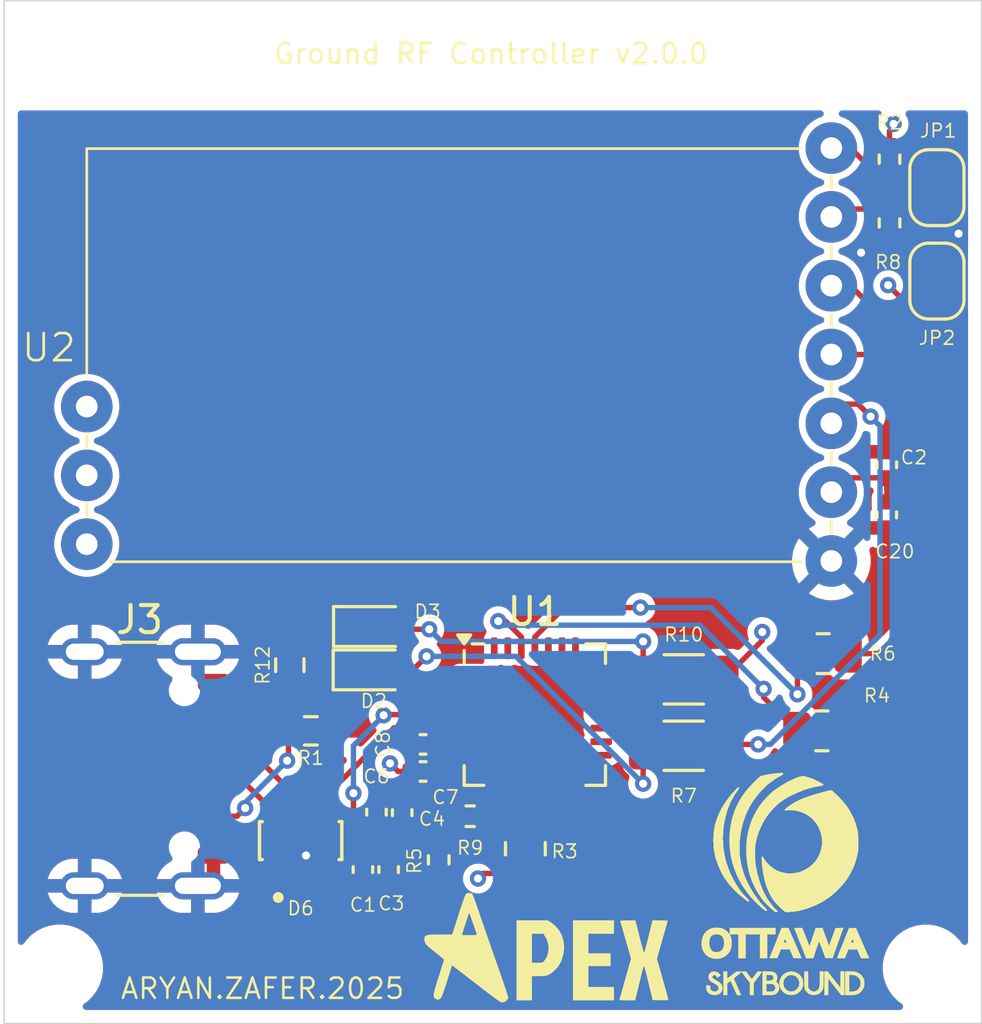
<source format=kicad_pcb>
(kicad_pcb (version 20241229) (generator "pcbnew") (generator_version "9.0")
  (title_block (title "Ground RF Controller") (rev "v2.0.0") (company "Ottawa Skybound") (comment 1 "Designed by Aryan Zafer"))
  (layers (0 "F.Cu" signal) (4 "In1.Cu" signal) (6 "In2.Cu" signal) (2 "B.Cu" signal) (13 "F.Paste" user) (15 "B.Paste" user) (5 "F.SilkS" user "F.Silkscreen") (7 "B.SilkS" user "B.Silkscreen") (1 "F.Mask" user) (3 "B.Mask" user) (25 "Edge.Cuts" user))
  (net 0 "")
  (net 1 "+5V")
  (net 2 "GND")
  (net 3 "+3V3")
  (net 4 "Net-(U1-VDD)")
  (net 5 "Net-(D2-A)")
  (net 6 "Net-(D3-A)")
  (net 7 "D+")
  (net 8 "D-")
  (net 11 "Net-(J3-CC2)")
  (net 12 "Net-(J3-CC1)")
  (net 13 "Net-(JP1-A)")
  (net 14 "Net-(JP2-A)")
  (net 15 "Net-(U1-~{RST})")
  (net 16 "Net-(U1-TXD)")
  (net 17 "RXD")
  (net 18 "Net-(U1-VBUS)")
  (net 19 "TXD")
  (net 20 "Net-(U1-RXD)")
  (net 21 "AUX")
  (net 41 "Net-(U1-VREGIN)")
  (footprint "MountingHole:MountingHole_2.7mm_M2.5" (layer "F.Cu") (at 136 118.35)
    (property "Reference" "H3" (hide yes))
    (property "Value" "MountingHole" (hide yes))
    (pad "" np_thru_hole circle (at 0 0) (size 2.7 2.7) (drill 2.7) (layers "*.Cu" "*.Mask"))
  )
  (footprint "Capacitor_SMD:C_0402_1005Metric" (layer "F.Cu") (at 134.55 101.63 90)
    (property "Reference" "C20" (at -1.35 0.3 180) (layer "F.SilkS") (effects (font (size 0.5 0.5) (thickness 0.0625))))
    (property "Value" "100n" (hide yes))
    (pad "1" smd roundrect (at -0.48 0 90) (size 0.56 0.62) (layers "F.Cu" "F.Mask" "F.Paste") (net 2 "GND"))
    (pad "2" smd roundrect (at 0.48 0 90) (size 0.56 0.62) (layers "F.Cu" "F.Mask" "F.Paste") (net 3 "+3V3"))
  )
  (footprint "Capacitor_SMD:C_0402_1005Metric" (layer "F.Cu") (at 116.65 112.62 90)
    (property "Reference" "C4" (at -0.23 1.1 180) (layer "F.SilkS") (effects (font (size 0.5 0.5) (thickness 0.0625))))
    (property "Value" "4.7uF" (hide yes))
    (pad "1" smd roundrect (at -0.48 0 90) (size 0.56 0.62) (layers "F.Cu" "F.Mask" "F.Paste") (net 1 "+5V"))
    (pad "2" smd roundrect (at 0.48 0 90) (size 0.56 0.62) (layers "F.Cu" "F.Mask" "F.Paste") (net 41 "Net-(U1-VREGIN)"))
  )
  (footprint "Connector_USB:USB_C_Receptacle_GCT_USB4105-xx-A_16P_TopMnt_Horizontal" (layer "F.Cu") (at 106 111 -90)
    (property "Reference" "J3" (at -5.5 -0.95 0) (layer "F.SilkS"))
    (property "Value" "USB_C_Receptacle_USB2.0_16P" (hide yes))
    (pad "" np_thru_hole circle (at -2.89 -2.605 270) (size 0.65 0.65) (drill 0.65) (layers "F&B.Cu" "*.Mask"))
    (pad "" np_thru_hole circle (at 2.89 -2.605 270) (size 0.65 0.65) (drill 0.65) (layers "F&B.Cu" "*.Mask"))
    (pad "A1" smd roundrect (at -3.2 -3.68 270) (size 0.6 1.15) (layers "F.Cu" "F.Mask" "F.Paste") (net 2 "GND"))
    (pad "A4" smd roundrect (at -2.4 -3.68 270) (size 0.6 1.15) (layers "F.Cu" "F.Mask" "F.Paste") (net 1 "+5V"))
    (pad "A5" smd roundrect (at -1.25 -3.68 270) (size 0.3 1.15) (layers "F.Cu" "F.Mask" "F.Paste") (net 12 "Net-(J3-CC1)"))
    (pad "A6" smd roundrect (at -0.25 -3.68 270) (size 0.3 1.15) (layers "F.Cu" "F.Mask" "F.Paste") (net 7 "D+"))
    (pad "A7" smd roundrect (at 0.25 -3.68 270) (size 0.3 1.15) (layers "F.Cu" "F.Mask" "F.Paste") (net 8 "D-"))
    (pad "A8" smd roundrect (at 1.25 -3.68 270) (size 0.3 1.15) (layers "F.Cu" "F.Mask" "F.Paste"))
    (pad "A9" smd roundrect (at 2.4 -3.68 270) (size 0.6 1.15) (layers "F.Cu" "F.Mask" "F.Paste") (net 1 "+5V"))
    (pad "A12" smd roundrect (at 3.2 -3.68 270) (size 0.6 1.15) (layers "F.Cu" "F.Mask" "F.Paste") (net 2 "GND"))
    (pad "B1" smd roundrect (at 3.2 -3.68 270) (size 0.6 1.15) (layers "F.Cu" "F.Mask" "F.Paste") (net 2 "GND"))
    (pad "B4" smd roundrect (at 2.4 -3.68 270) (size 0.6 1.15) (layers "F.Cu" "F.Mask" "F.Paste") (net 1 "+5V"))
    (pad "B5" smd roundrect (at 1.75 -3.68 270) (size 0.3 1.15) (layers "F.Cu" "F.Mask" "F.Paste") (net 11 "Net-(J3-CC2)"))
    (pad "B6" smd roundrect (at 0.75 -3.68 270) (size 0.3 1.15) (layers "F.Cu" "F.Mask" "F.Paste") (net 7 "D+"))
    (pad "B7" smd roundrect (at -0.75 -3.68 270) (size 0.3 1.15) (layers "F.Cu" "F.Mask" "F.Paste") (net 8 "D-"))
    (pad "B8" smd roundrect (at -1.75 -3.68 270) (size 0.3 1.15) (layers "F.Cu" "F.Mask" "F.Paste"))
    (pad "B9" smd roundrect (at -2.4 -3.68 270) (size 0.6 1.15) (layers "F.Cu" "F.Mask" "F.Paste") (net 1 "+5V"))
    (pad "B12" smd roundrect (at -3.2 -3.68 270) (size 0.6 1.15) (layers "F.Cu" "F.Mask" "F.Paste") (net 2 "GND"))
    (pad "S1" thru_hole oval (at -4.32 -3.105 270) (size 1 2.1) (drill oval 0.6 1.7) (property pad_prop_heatsink) (layers "*.Cu" "*.Mask" "F.Paste") (net 2 "GND"))
    (pad "S1" thru_hole oval (at -4.32 1.075 270) (size 1 1.8) (drill oval 0.6 1.4) (property pad_prop_heatsink) (layers "*.Cu" "*.Mask" "F.Paste") (net 2 "GND"))
    (pad "S1" thru_hole oval (at 4.32 -3.105 270) (size 1 2.1) (drill oval 0.6 1.7) (property pad_prop_heatsink) (layers "*.Cu" "*.Mask" "F.Paste") (net 2 "GND"))
    (pad "S1" thru_hole oval (at 4.32 1.075 270) (size 1 1.8) (drill oval 0.6 1.4) (property pad_prop_heatsink) (layers "*.Cu" "*.Mask" "F.Paste") (net 2 "GND"))
  )
  (footprint "Package_DFN_QFN:QFN-28-1EP_5x5mm_P0.5mm_EP3.35x3.35mm" (layer "F.Cu") (at 121.55 109)
    (property "Reference" "U1" (at 0 -3.8 0) (layer "F.SilkS"))
    (property "Value" "CP2102N-A02-GQFN28R" (hide yes))
    (pad "1" smd roundrect (at -2.45 -1.5) (size 0.8 0.25) (layers "F.Cu" "F.Mask" "F.Paste"))
    (pad "2" smd roundrect (at -2.45 -1) (size 0.8 0.25) (layers "F.Cu" "F.Mask" "F.Paste"))
    (pad "3" smd roundrect (at -2.45 -0.5) (size 0.8 0.25) (layers "F.Cu" "F.Mask" "F.Paste") (net 2 "GND"))
    (pad "4" smd roundrect (at -2.45 0) (size 0.8 0.25) (layers "F.Cu" "F.Mask" "F.Paste") (net 7 "D+"))
    (pad "5" smd roundrect (at -2.45 0.5) (size 0.8 0.25) (layers "F.Cu" "F.Mask" "F.Paste") (net 8 "D-"))
    (pad "6" smd roundrect (at -2.45 1) (size 0.8 0.25) (layers "F.Cu" "F.Mask" "F.Paste") (net 4 "Net-(U1-VDD)"))
    (pad "7" smd roundrect (at -2.45 1.5) (size 0.8 0.25) (layers "F.Cu" "F.Mask" "F.Paste") (net 41 "Net-(U1-VREGIN)"))
    (pad "8" smd roundrect (at -1.5 2.45) (size 0.25 0.8) (layers "F.Cu" "F.Mask" "F.Paste") (net 18 "Net-(U1-VBUS)"))
    (pad "9" smd roundrect (at -1 2.45) (size 0.25 0.8) (layers "F.Cu" "F.Mask" "F.Paste") (net 15 "Net-(U1-~{RST})"))
    (pad "10" smd roundrect (at -0.5 2.45) (size 0.25 0.8) (layers "F.Cu" "F.Mask" "F.Paste"))
    (pad "11" smd roundrect (at 0 2.45) (size 0.25 0.8) (layers "F.Cu" "F.Mask" "F.Paste"))
    (pad "12" smd roundrect (at 0.5 2.45) (size 0.25 0.8) (layers "F.Cu" "F.Mask" "F.Paste"))
    (pad "13" smd roundrect (at 1 2.45) (size 0.25 0.8) (layers "F.Cu" "F.Mask" "F.Paste"))
    (pad "14" smd roundrect (at 1.5 2.45) (size 0.25 0.8) (layers "F.Cu" "F.Mask" "F.Paste"))
    (pad "15" smd roundrect (at 2.45 1.5) (size 0.8 0.25) (layers "F.Cu" "F.Mask" "F.Paste"))
    (pad "16" smd roundrect (at 2.45 1) (size 0.8 0.25) (layers "F.Cu" "F.Mask" "F.Paste"))
    (pad "17" smd roundrect (at 2.45 0.5) (size 0.8 0.25) (layers "F.Cu" "F.Mask" "F.Paste"))
    (pad "18" smd roundrect (at 2.45 0) (size 0.8 0.25) (layers "F.Cu" "F.Mask" "F.Paste"))
    (pad "19" smd roundrect (at 2.45 -0.5) (size 0.8 0.25) (layers "F.Cu" "F.Mask" "F.Paste"))
    (pad "20" smd roundrect (at 2.45 -1) (size 0.8 0.25) (layers "F.Cu" "F.Mask" "F.Paste"))
    (pad "21" smd roundrect (at 2.45 -1.5) (size 0.8 0.25) (layers "F.Cu" "F.Mask" "F.Paste"))
    (pad "22" smd roundrect (at 1.5 -2.45) (size 0.25 0.8) (layers "F.Cu" "F.Mask" "F.Paste"))
    (pad "23" smd roundrect (at 1 -2.45) (size 0.25 0.8) (layers "F.Cu" "F.Mask" "F.Paste"))
    (pad "24" smd roundrect (at 0.5 -2.45) (size 0.25 0.8) (layers "F.Cu" "F.Mask" "F.Paste"))
    (pad "25" smd roundrect (at 0 -2.45) (size 0.25 0.8) (layers "F.Cu" "F.Mask" "F.Paste") (net 20 "Net-(U1-RXD)"))
    (pad "26" smd roundrect (at -0.5 -2.45) (size 0.25 0.8) (layers "F.Cu" "F.Mask" "F.Paste") (net 16 "Net-(U1-TXD)"))
    (pad "27" smd roundrect (at -1 -2.45) (size 0.25 0.8) (layers "F.Cu" "F.Mask" "F.Paste"))
    (pad "28" smd roundrect (at -1.5 -2.45) (size 0.25 0.8) (layers "F.Cu" "F.Mask" "F.Paste"))
    (pad "29" smd rect (at 0 0) (size 3.35 3.35) (property pad_prop_heatsink) (layers "F.Cu" "F.Mask") (net 2 "GND"))
  )
  (footprint "MountingHole:MountingHole_2.7mm_M2.5" (layer "F.Cu") (at 136 84.7)
    (property "Reference" "H3" (hide yes))
    (property "Value" "MountingHole" (hide yes))
    (pad "" np_thru_hole circle (at 0 0) (size 2.7 2.7) (drill 2.7) (layers "*.Cu" "*.Mask"))
  )
  (footprint "Resistor_SMD:R_0805_2012Metric" (layer "F.Cu") (at 121.2 113.95 90)
    (property "Reference" "R3" (at -0.1 1.45 180) (layer "F.SilkS") (effects (font (size 0.5 0.5) (thickness 0.0625))))
    (property "Value" "1k" (hide yes))
    (pad "1" smd roundrect (at -0.9125 0 90) (size 1.025 1.4) (layers "F.Cu" "F.Mask" "F.Paste") (roundrect_rratio 0.243902) (net 3 "+3V3"))
    (pad "2" smd roundrect (at 0.9125 0 90) (size 1.025 1.4) (layers "F.Cu" "F.Mask" "F.Paste") (roundrect_rratio 0.243902) (net 15 "Net-(U1-~{RST})"))
  )
  (footprint "Jumper:SolderJumper-2_P1.3mm_Open_RoundedPad1.0x1.5mm" (layer "F.Cu") (at 136.4 89.55 -90)
    (property "Reference" "JP1" (at -2.1 -0.05 180) (layer "F.SilkS") (effects (font (size 0.5 0.5) (thickness 0.0625))))
    (property "Value" "Jumper_2_Bridged" (hide yes))
    (pad "1" smd custom (at -0.65 0 270) (size 1 0.5) (layers "F.Cu" "F.Mask") (net 13 "Net-(JP1-A)") (options (clearance outline) (anchor rect)) (primitives (gr_circle (center 0 0.25) (end 0.5 0.25) (width 0) (fill yes)) (gr_circle (center 0 -0.25) (end 0.5 -0.25) (width 0) (fill yes)) (gr_poly (pts (xy 0.5 0.75) (xy 0 0.75) (xy 0 -0.75) (xy 0.5 -0.75)) (width 0) (fill yes))))
    (pad "2" smd custom (at 0.65 0 270) (size 1 0.5) (layers "F.Cu" "F.Mask") (net 2 "GND") (options (clearance outline) (anchor rect)) (primitives (gr_circle (center 0 0.25) (end 0.5 0.25) (width 0) (fill yes)) (gr_circle (center 0 -0.25) (end 0.5 -0.25) (width 0) (fill yes)) (gr_poly (pts (xy 0 0.75) (xy -0.5 0.75) (xy -0.5 -0.75) (xy 0 -0.75)) (width 0) (fill yes))))
  )
  (footprint "Resistor_SMD:R_0805_2012Metric" (layer "F.Cu") (at 132.15 109.6 180)
    (property "Reference" "R4" (at -2.0375 1.3 0) (layer "F.SilkS") (effects (font (size 0.5 0.5) (thickness 0.0625))))
    (property "Value" "1k" (hide yes))
    (pad "1" smd roundrect (at -0.9125 0 180) (size 1.025 1.4) (layers "F.Cu" "F.Mask" "F.Paste") (roundrect_rratio 0.243902) (net 17 "RXD"))
    (pad "2" smd roundrect (at 0.9125 0 180) (size 1.025 1.4) (layers "F.Cu" "F.Mask" "F.Paste") (roundrect_rratio 0.243902) (net 16 "Net-(U1-TXD)"))
  )
  (footprint "Resistor_SMD:R_0402_1005Metric" (layer "F.Cu") (at 119.16 112.75 180)
    (property "Reference" "R9" (at 0 -1.17 0) (layer "F.SilkS") (effects (font (size 0.5 0.5) (thickness 0.0625))))
    (property "Value" "22.1k" (hide yes))
    (pad "1" smd roundrect (at -0.51 0 180) (size 0.54 0.64) (layers "F.Cu" "F.Mask" "F.Paste") (net 18 "Net-(U1-VBUS)"))
    (pad "2" smd roundrect (at 0.51 0 180) (size 0.54 0.64) (layers "F.Cu" "F.Mask" "F.Paste") (net 1 "+5V"))
  )
  (footprint "Resistor_SMD:R_0402_1005Metric" (layer "F.Cu") (at 134.65 90.85 90)
    (property "Reference" "R8" (at -1.45 -0.05 180) (layer "F.SilkS") (effects (font (size 0.5 0.5) (thickness 0.0625))))
    (property "Value" "10k" (hide yes))
    (pad "1" smd roundrect (at -0.51 0 90) (size 0.54 0.64) (layers "F.Cu" "F.Mask" "F.Paste") (net 2 "GND"))
    (pad "2" smd roundrect (at 0.51 0 90) (size 0.54 0.64) (layers "F.Cu" "F.Mask" "F.Paste") (net 14 "Net-(JP2-A)"))
  )
  (footprint "Resistor_SMD:R_1206_3216Metric" (layer "F.Cu") (at 127.05 110.15 180)
    (property "Reference" "R7" (at 0 -1.85 0) (layer "F.SilkS") (effects (font (size 0.5 0.5) (thickness 0.0625))))
    (property "Value" "220" (hide yes))
    (pad "1" smd roundrect (at -1.4625 0 180) (size 1.125 1.75) (layers "F.Cu" "F.Mask" "F.Paste") (roundrect_rratio 0.222222) (net 21 "AUX"))
    (pad "2" smd roundrect (at 1.4625 0 180) (size 1.125 1.75) (layers "F.Cu" "F.Mask" "F.Paste") (roundrect_rratio 0.222222) (net 5 "Net-(D2-A)"))
  )
  (footprint "Resistor_SMD:R_0402_1005Metric" (layer "F.Cu") (at 134.65 88.5 -90)
    (property "Reference" "R2" (at -1.35 0 180) (layer "F.SilkS") (effects (font (size 0.5 0.5) (thickness 0.0625))))
    (property "Value" "10k" (hide yes))
    (pad "1" smd roundrect (at -0.51 0 270) (size 0.54 0.64) (layers "F.Cu" "F.Mask" "F.Paste") (net 3 "+3V3"))
    (pad "2" smd roundrect (at 0.51 0 270) (size 0.54 0.64) (layers "F.Cu" "F.Mask" "F.Paste") (net 13 "Net-(JP1-A)"))
  )
  (footprint "Resistor_SMD:R_0603_1608Metric" (layer "F.Cu") (at 113.275 109.6 180)
    (property "Reference" "R1" (at 0 -1 0) (layer "F.SilkS") (effects (font (size 0.5 0.5) (thickness 0.0625))))
    (property "Value" "5k1" (hide yes))
    (pad "1" smd roundrect (at -0.825 0 180) (size 0.8 0.95) (layers "F.Cu" "F.Mask" "F.Paste") (net 2 "GND"))
    (pad "2" smd roundrect (at 0.825 0 180) (size 0.8 0.95) (layers "F.Cu" "F.Mask" "F.Paste") (net 11 "Net-(J3-CC2)"))
  )
  (footprint "MountingHole:MountingHole_2.7mm_M2.5" (layer "F.Cu") (at 104 118.35)
    (property "Reference" "H3" (hide yes))
    (property "Value" "MountingHole" (hide yes))
    (pad "" np_thru_hole circle (at 0 0) (size 2.7 2.7) (drill 2.7) (layers "*.Cu" "*.Mask"))
  )
  (footprint "LED_SMD:LED_0603_1608Metric" (layer "F.Cu") (at 115.6 105.75)
    (property "Reference" "D3" (at 1.9875 -0.55 0) (layer "F.SilkS") (effects (font (size 0.5 0.5) (thickness 0.0625))))
    (property "Value" "LED" (hide yes))
    (pad "1" smd roundrect (at -0.7875 0) (size 0.875 0.95) (layers "F.Cu" "F.Mask" "F.Paste") (net 2 "GND"))
    (pad "2" smd roundrect (at 0.7875 0) (size 0.875 0.95) (layers "F.Cu" "F.Mask" "F.Paste") (net 6 "Net-(D3-A)"))
  )
  (footprint "Capacitor_SMD:C_0402_1005Metric" (layer "F.Cu") (at 116.15 114.72 -90)
    (property "Reference" "C3" (at 1.25 -0.1 0) (layer "F.SilkS") (effects (font (size 0.5 0.5) (thickness 0.0625))))
    (property "Value" "100n" (hide yes))
    (pad "1" smd roundrect (at -0.48 0 270) (size 0.56 0.62) (layers "F.Cu" "F.Mask" "F.Paste") (net 1 "+5V"))
    (pad "2" smd roundrect (at 0.48 0 270) (size 0.56 0.62) (layers "F.Cu" "F.Mask" "F.Paste") (net 2 "GND"))
  )
  (footprint "Capacitor_SMD:C_0402_1005Metric" (layer "F.Cu") (at 115.7 112.6 90)
    (property "Reference" "C6" (at 1.32 0 180) (layer "F.SilkS") (effects (font (size 0.5 0.5) (thickness 0.0625))))
    (property "Value" "100n" (hide yes))
    (pad "1" smd roundrect (at -0.48 0 90) (size 0.56 0.62) (layers "F.Cu" "F.Mask" "F.Paste") (net 1 "+5V"))
    (pad "2" smd roundrect (at 0.48 0 90) (size 0.56 0.62) (layers "F.Cu" "F.Mask" "F.Paste") (net 41 "Net-(U1-VREGIN)"))
  )
  (footprint "Resistor_SMD:R_0805_2012Metric" (layer "F.Cu") (at 132.2 106.75)
    (property "Reference" "R6" (at 2.2 0 0) (layer "F.SilkS") (effects (font (size 0.5 0.5) (thickness 0.0625))))
    (property "Value" "1k" (hide yes))
    (pad "1" smd roundrect (at -0.9125 0) (size 1.025 1.4) (layers "F.Cu" "F.Mask" "F.Paste") (roundrect_rratio 0.243902) (net 20 "Net-(U1-RXD)"))
    (pad "2" smd roundrect (at 0.9125 0) (size 1.025 1.4) (layers "F.Cu" "F.Mask" "F.Paste") (roundrect_rratio 0.243902) (net 19 "TXD"))
  )
  (footprint "Ground RF Controller:EBYTE-E220-900T22D" (layer "F.Cu") (at 118 95.71 -90)
    (property "Reference" "U2" (at -0.25 14.4 0) (layer "F.SilkS") (effects (font (thickness 0.1))))
    (property "Value" "~" (hide yes))
    (pad "1" thru_hole circle (at -7.62 -14.5 270) (size 1.905 1.905) (drill 0.8) (layers "*.Cu" "*.Mask") (net 13 "Net-(JP1-A)"))
    (pad "2" thru_hole circle (at -5.08 -14.5 270) (size 1.905 1.905) (drill 0.8) (layers "*.Cu" "*.Mask") (net 14 "Net-(JP2-A)"))
    (pad "3" thru_hole circle (at -2.54 -14.5 270) (size 1.905 1.905) (drill 0.8) (layers "*.Cu" "*.Mask") (net 17 "RXD"))
    (pad "4" thru_hole circle (at 0 -14.5 270) (size 1.905 1.905) (drill 0.8) (layers "*.Cu" "*.Mask") (net 19 "TXD"))
    (pad "5" thru_hole circle (at 2.54 -14.5 270) (size 1.905 1.905) (drill 0.8) (layers "*.Cu" "*.Mask") (net 21 "AUX"))
    (pad "6" thru_hole circle (at 5.08 -14.5 270) (size 1.905 1.905) (drill 0.8) (layers "*.Cu" "*.Mask") (net 3 "+3V3"))
    (pad "7" thru_hole circle (at 7.62 -14.5 270) (size 1.905 1.905) (drill 0.8) (layers "*.Cu" "*.Mask") (net 2 "GND"))
    (pad "8" thru_hole circle (at 1.92 13 270) (size 1.905 1.905) (drill 0.8) (layers "*.Cu" "*.Mask"))
    (pad "9" thru_hole circle (at 4.46 13 270) (size 1.905 1.905) (drill 0.8) (layers "*.Cu" "*.Mask"))
    (pad "10" thru_hole circle (at 7 13 270) (size 1.905 1.905) (drill 0.8) (layers "*.Cu" "*.Mask"))
  )
  (footprint "Resistor_SMD:R_0402_1005Metric" (layer "F.Cu") (at 118 114.36 90)
    (property "Reference" "R5" (at -0.04 -0.9 90) (layer "F.SilkS") (effects (font (size 0.5 0.5) (thickness 0.0625))))
    (property "Value" "47.5k" (hide yes))
    (pad "1" smd roundrect (at -0.51 0 90) (size 0.54 0.64) (layers "F.Cu" "F.Mask" "F.Paste") (net 2 "GND"))
    (pad "2" smd roundrect (at 0.51 0 90) (size 0.54 0.64) (layers "F.Cu" "F.Mask" "F.Paste") (net 18 "Net-(U1-VBUS)"))
  )
  (footprint "Capacitor_SMD:C_0402_1005Metric" (layer "F.Cu") (at 115.2 114.72 -90)
    (property "Reference" "C1" (at 1.3 0 0) (layer "F.SilkS") (effects (font (size 0.5 0.5) (thickness 0.0625))))
    (property "Value" "100n" (hide yes))
    (pad "1" smd roundrect (at -0.48 0 270) (size 0.56 0.62) (layers "F.Cu" "F.Mask" "F.Paste") (net 1 "+5V"))
    (pad "2" smd roundrect (at 0.48 0 270) (size 0.56 0.62) (layers "F.Cu" "F.Mask" "F.Paste") (net 2 "GND"))
  )
  (footprint "Ground RF Controller:SOT143" (layer "F.Cu") (at 112.9 113.65)
    (property "Reference" "D6" (at 0 2.5 0) (layer "F.SilkS") (effects (font (size 0.5 0.5) (thickness 0.0625))))
    (property "Value" "SP0503BAHTG" (hide yes))
    (pad "1" smd roundrect (at -0.76 1.025) (size 0.99 1.3) (layers "F.Cu" "F.Mask" "F.Paste") (roundrect_rratio 0.075) (net 2 "GND"))
    (pad "2" smd roundrect (at 0.96 1.025) (size 0.59 1.3) (layers "F.Cu" "F.Mask" "F.Paste") (roundrect_rratio 0.075) (net 1 "+5V"))
    (pad "3" smd roundrect (at 0.96 -1.025) (size 0.59 1.3) (layers "F.Cu" "F.Mask" "F.Paste") (roundrect_rratio 0.075) (net 8 "D-"))
    (pad "4" smd roundrect (at -0.96 -1.025) (size 0.59 1.3) (layers "F.Cu" "F.Mask" "F.Paste") (roundrect_rratio 0.075) (net 7 "D+"))
  )
  (footprint "Capacitor_SMD:C_0402_1005Metric" (layer "F.Cu") (at 117.42 111.1)
    (property "Reference" "C7" (at 0.83 0.95 180) (layer "F.SilkS") (effects (font (size 0.5 0.5) (thickness 0.0625))))
    (property "Value" "4.7uF" (hide yes))
    (pad "1" smd roundrect (at -0.48 0) (size 0.56 0.62) (layers "F.Cu" "F.Mask" "F.Paste") (net 3 "+3V3"))
    (pad "2" smd roundrect (at 0.48 0) (size 0.56 0.62) (layers "F.Cu" "F.Mask" "F.Paste") (net 4 "Net-(U1-VDD)"))
  )
  (footprint "LED_SMD:LED_0603_1608Metric" (layer "F.Cu") (at 115.5875 107.35)
    (property "Reference" "D2" (at 0.0125 1.15 0) (layer "F.SilkS") (effects (font (size 0.5 0.5) (thickness 0.0625))))
    (property "Value" "LED" (hide yes))
    (pad "1" smd roundrect (at -0.7875 0) (size 0.875 0.95) (layers "F.Cu" "F.Mask" "F.Paste") (net 2 "GND"))
    (pad "2" smd roundrect (at 0.7875 0) (size 0.875 0.95) (layers "F.Cu" "F.Mask" "F.Paste") (net 5 "Net-(D2-A)"))
  )
  (footprint "Resistor_SMD:R_0603_1608Metric" (layer "F.Cu") (at 112.5 107.175 90)
    (property "Reference" "R12" (at 0 -1 90) (layer "F.SilkS") (effects (font (size 0.5 0.5) (thickness 0.0625))))
    (property "Value" "5k1" (hide yes))
    (pad "1" smd roundrect (at -0.825 0 90) (size 0.8 0.95) (layers "F.Cu" "F.Mask" "F.Paste") (net 12 "Net-(J3-CC1)"))
    (pad "2" smd roundrect (at 0.825 0 90) (size 0.8 0.95) (layers "F.Cu" "F.Mask" "F.Paste") (net 2 "GND"))
  )
  (footprint "Resistor_SMD:R_1206_3216Metric" (layer "F.Cu") (at 127.05 107.7 180)
    (property "Reference" "R10" (at 0 1.65 0) (layer "F.SilkS") (effects (font (size 0.5 0.5) (thickness 0.0625))))
    (property "Value" "220" (hide yes))
    (pad "1" smd roundrect (at -1.4625 0 180) (size 1.125 1.75) (layers "F.Cu" "F.Mask" "F.Paste") (roundrect_rratio 0.222222) (net 3 "+3V3"))
    (pad "2" smd roundrect (at 1.4625 0 180) (size 1.125 1.75) (layers "F.Cu" "F.Mask" "F.Paste") (roundrect_rratio 0.222222) (net 6 "Net-(D3-A)"))
  )
  (footprint "LOGO" (layer "F.Cu") (at 122.35 117.5)
    (property "Reference" "G***" (hide yes))
    (property "Value" "LOGO" (hide yes))
  )
  (footprint "Jumper:SolderJumper-2_P1.3mm_Open_RoundedPad1.0x1.5mm" (layer "F.Cu") (at 136.4 93 -90)
    (property "Reference" "JP2" (at 2.1 0 180) (layer "F.SilkS") (effects (font (size 0.5 0.5) (thickness 0.0625))))
    (property "Value" "Jumper_2_Bridged" (hide yes))
    (pad "1" smd custom (at -0.65 0 270) (size 1 0.5) (layers "F.Cu" "F.Mask") (net 14 "Net-(JP2-A)") (options (clearance outline) (anchor rect)) (primitives (gr_circle (center 0 0.25) (end 0.5 0.25) (width 0) (fill yes)) (gr_circle (center 0 -0.25) (end 0.5 -0.25) (width 0) (fill yes)) (gr_poly (pts (xy 0.5 0.75) (xy 0 0.75) (xy 0 -0.75) (xy 0.5 -0.75)) (width 0) (fill yes))))
    (pad "2" smd custom (at 0.65 0 270) (size 1 0.5) (layers "F.Cu" "F.Mask") (net 3 "+3V3") (options (clearance outline) (anchor rect)) (primitives (gr_circle (center 0 0.25) (end 0.5 0.25) (width 0) (fill yes)) (gr_circle (center 0 -0.25) (end 0.5 -0.25) (width 0) (fill yes)) (gr_poly (pts (xy 0 0.75) (xy -0.5 0.75) (xy -0.5 -0.75) (xy 0 -0.75)) (width 0) (fill yes))))
  )
  (footprint "MountingHole:MountingHole_2.7mm_M2.5" (layer "F.Cu") (at 104 84.7)
    (property "Reference" "H3" (hide yes))
    (property "Value" "MountingHole" (hide yes))
    (pad "" np_thru_hole circle (at 0 0) (size 2.7 2.7) (drill 2.7) (layers "*.Cu" "*.Mask"))
  )
  (footprint "Capacitor_SMD:C_0402_1005Metric" (layer "F.Cu") (at 117.42 110.1)
    (property "Reference" "C8" (at -1.48 0 90) (layer "F.SilkS") (effects (font (size 0.5 0.5) (thickness 0.0625))))
    (property "Value" "100n" (hide yes))
    (pad "1" smd roundrect (at -0.48 0) (size 0.56 0.62) (layers "F.Cu" "F.Mask" "F.Paste") (net 3 "+3V3"))
    (pad "2" smd roundrect (at 0.48 0) (size 0.56 0.62) (layers "F.Cu" "F.Mask" "F.Paste") (net 4 "Net-(U1-VDD)"))
  )
  (footprint "LOGO" (layer "F.Cu") (at 130.413599 115.615707)
    (property "Reference" "G***" (hide yes))
    (property "Value" "LOGO" (hide yes))
  )
  (footprint "Capacitor_SMD:C_0402_1005Metric" (layer "F.Cu") (at 134.55 99.78 90)
    (property "Reference" "C2" (at 0.27 1 180) (layer "F.SilkS") (effects (font (size 0.5 0.5) (thickness 0.0625))))
    (property "Value" "4.7uF" (hide yes))
    (pad "1" smd roundrect (at -0.48 0 90) (size 0.56 0.62) (layers "F.Cu" "F.Mask" "F.Paste") (net 3 "+3V3"))
    (pad "2" smd roundrect (at 0.48 0 90) (size 0.56 0.62) (layers "F.Cu" "F.Mask" "F.Paste") (net 2 "GND"))
  )
  (gr_rect (start 101.95 82.65) (end 138.05 120.4) (stroke (width 0.05)) (fill no) (layer "Edge.Cuts"))
  (gr_text "ARYAN.ZAFER.2025" (at 106.2 119.55 0) (layer "F.SilkS") (effects (font (size 0.75 0.75) (thickness 0.09375)) (justify left bottom)))
  (gr_text "Ground RF Controller v2.0.0" (at 111.85 85.05 0) (layer "F.SilkS") (effects (font (size 0.75 0.75) (thickness 0.09375)) (justify left bottom)))
  (segment (start 116.15 114.24) (end 116.24 114.24) (width 0.2) (layer "F.Cu") (net 1))
  (segment (start 113.86 115.81) (end 113.86 114.675) (width 0.2) (layer "F.Cu") (net 1))
  (segment (start 109.68 113.4) (end 109.49 113.21) (width 0.2) (layer "F.Cu") (net 1))
  (segment (start 111.65 116.25) (end 113.42 116.25) (width 0.2) (layer "F.Cu") (net 1))
  (segment (start 110.95 114.095001) (end 110.95 115.55) (width 0.2) (layer "F.Cu") (net 1))
  (segment (start 115.2 114.24) (end 115.2 113.58) (width 0.2) (layer "F.Cu") (net 1))
  (segment (start 110.95 115.55) (end 111.65 116.25) (width 0.2) (layer "F.Cu") (net 1))
  (segment (start 109.49 108.79) (end 109.68 108.6) (width 0.2) (layer "F.Cu") (net 1))
  (segment (start 116.63 113.08) (end 116.65 113.1) (width 0.2) (layer "F.Cu") (net 1))
  (segment (start 114.295 114.24) (end 116.15 114.24) (width 0.2) (layer "F.Cu") (net 1))
  (segment (start 108.25 112.45) (end 108.25 109.571176) (width 0.2) (layer "F.Cu") (net 1))
  (segment (start 113.86 114.675) (end 114.295 114.24) (width 0.2) (layer "F.Cu") (net 1))
  (segment (start 109.68 113.4) (end 110.254999 113.4) (width 0.2) (layer "F.Cu") (net 1))
  (segment (start 108.25 109.571176) (end 109.221176 108.6) (width 0.2) (layer "F.Cu") (net 1))
  (segment (start 109.68 113.4) (end 109.2 113.4) (width 0.2) (layer "F.Cu") (net 1))
  (segment (start 115.7 113.08) (end 116.63 113.08) (width 0.2) (layer "F.Cu") (net 1))
  (segment (start 109.2 113.4) (end 108.25 112.45) (width 0.2) (layer "F.Cu") (net 1))
  (segment (start 113.42 116.25) (end 113.86 115.81) (width 0.2) (layer "F.Cu") (net 1))
  (segment (start 110.254999 113.4) (end 110.95 114.095001) (width 0.2) (layer "F.Cu") (net 1))
  (segment (start 117.73 112.75) (end 118.65 112.75) (width 0.2) (layer "F.Cu") (net 1))
  (segment (start 115.2 113.58) (end 115.7 113.08) (width 0.2) (layer "F.Cu") (net 1))
  (segment (start 116.24 114.24) (end 117.73 112.75) (width 0.2) (layer "F.Cu") (net 1))
  (segment (start 109.221176 108.6) (end 109.68 108.6) (width 0.2) (layer "F.Cu") (net 1))
  (via (at 137.2 91.25) (size 0.6) (drill 0.3) (layers "F.Cu" "B.Cu") (net 2))
  (via (at 133.6 91.95) (size 0.6) (drill 0.3) (layers "F.Cu" "B.Cu") (net 2))
  (via (at 113.1 114.2) (size 0.6) (drill 0.3) (layers "F.Cu" "B.Cu") (net 2))
  (segment (start 121.2 114.8625) (end 119.6375 114.8625) (width 0.2) (layer "F.Cu") (net 3))
  (segment (start 134.55 100.47) (end 134.37 100.47) (width 0.2) (layer "F.Cu") (net 3))
  (segment (start 128.5125 107.7) (end 129.95 106.2625) (width 0.2) (layer "F.Cu") (net 3))
  (segment (start 133.03 100.26) (end 132.5 100.79) (width 0.2) (layer "F.Cu") (net 3))
  (segment (start 135.1 93.65) (end 134.6 93.15) (width 0.2) (layer "F.Cu") (net 3))
  (segment (start 134.65 87.35) (end 134.8 87.2) (width 0.2) (layer "F.Cu") (net 3))
  (segment (start 134.65 87.99) (end 134.65 87.35) (width 0.2) (layer "F.Cu") (net 3))
  (segment (start 116.94 111.1) (end 116.5 111.1) (width 0.2) (layer "F.Cu") (net 3))
  (segment (start 116.5 111.1) (end 116.2 110.8) (width 0.2) (layer "F.Cu") (net 3))
  (segment (start 116.94 111.1) (end 116.94 110.1) (width 0.2) (layer "F.Cu") (net 3))
  (segment (start 134.55 100.26) (end 133.03 100.26) (width 0.2) (layer "F.Cu") (net 3))
  (segment (start 119.6375 114.8625) (end 119.45 115.05) (width 0.2) (layer "F.Cu") (net 3))
  (segment (start 134.55 101.15) (end 134.55 100.26) (width 0.2) (layer "F.Cu") (net 3))
  (segment (start 136.4 93.65) (end 135.1 93.65) (width 0.2) (layer "F.Cu") (net 3))
  (segment (start 129.95 106.2625) (end 129.95 105.95) (width 0.2) (layer "F.Cu") (net 3))
  (via (at 129.95 105.95) (size 0.6) (drill 0.3) (layers "F.Cu" "B.Cu") (net 3))
  (via (at 116.2 110.8) (size 0.6) (drill 0.3) (layers "F.Cu" "B.Cu") (net 3))
  (via (at 119.45 115.05) (size 0.6) (drill 0.3) (layers "F.Cu" "B.Cu") (net 3))
  (via (at 134.6 93.15) (size 0.6) (drill 0.3) (layers "F.Cu" "B.Cu") (net 3))
  (via (at 134.8 87.2) (size 0.6) (drill 0.3) (layers "F.Cu" "B.Cu") (net 3))
  (segment (start 119.1 110) (end 118 110) (width 0.2) (layer "F.Cu") (net 4))
  (segment (start 117.9 110.1) (end 117.9 111.1) (width 0.2) (layer "F.Cu") (net 4))
  (segment (start 118 110) (end 117.9 110.1) (width 0.2) (layer "F.Cu") (net 4))
  (segment (start 116.375 107.35) (end 117.05 107.35) (width 0.2) (layer "F.Cu") (net 5))
  (segment (start 117.05 107.35) (end 117.55 106.85) (width 0.2) (layer "F.Cu") (net 5))
  (segment (start 125.55 111.55) (end 125.55 110.1875) (width 0.2) (layer "F.Cu") (net 5))
  (segment (start 125.55 110.1875) (end 125.5875 110.15) (width 0.2) (layer "F.Cu") (net 5))
  (via (at 125.55 111.55) (size 0.6) (drill 0.3) (layers "F.Cu" "B.Cu") (net 5))
  (via (at 117.55 106.85) (size 0.6) (drill 0.3) (layers "F.Cu" "B.Cu") (net 5))
  (segment (start 120.85 106.85) (end 125.55 111.55) (width 0.2) (layer "B.Cu") (net 5))
  (segment (start 117.55 106.85) (end 120.85 106.85) (width 0.2) (layer "B.Cu") (net 5))
  (segment (start 125.55 107.6625) (end 125.5875 107.7) (width 0.2) (layer "F.Cu") (net 6))
  (segment (start 116.4875 105.85) (end 116.3875 105.75) (width 0.2) (layer "F.Cu") (net 6))
  (segment (start 125.55 106.3) (end 125.55 107.6625) (width 0.2) (layer "F.Cu") (net 6))
  (segment (start 117.65 105.85) (end 116.4875 105.85) (width 0.2) (layer "F.Cu") (net 6))
  (via (at 125.55 106.3) (size 0.6) (drill 0.3) (layers "F.Cu" "B.Cu") (net 6))
  (via (at 117.65 105.85) (size 0.6) (drill 0.3) (layers "F.Cu" "B.Cu") (net 6))
  (segment (start 125.55 106.3) (end 118.1 106.3) (width 0.2) (layer "B.Cu") (net 6))
  (segment (start 118.1 106.3) (end 117.65 105.85) (width 0.2) (layer "B.Cu") (net 6))
  (segment (start 110.288824 111.75) (end 110.419412 111.619412) (width 0.2) (layer "F.Cu") (net 7))
  (segment (start 110.419412 111.619412) (end 110.556 111.482824) (width 0.2) (layer "F.Cu") (net 7))
  (segment (start 114.254986 113.576) (end 114.85 112.980986) (width 0.2) (layer "F.Cu") (net 7))
  (segment (start 109.68 111.75) (end 110.288824 111.75) (width 0.2) (layer "F.Cu") (net 7))
  (segment (start 115.990588 109) (end 119.1 109) (width 0.2) (layer "F.Cu") (net 7))
  (segment (start 110.556 111.017176) (end 110.288824 110.75) (width 0.2) (layer "F.Cu") (net 7))
  (segment (start 111.94 112.625) (end 112.891 113.576) (width 0.2) (layer "F.Cu") (net 7))
  (segment (start 115.965529 109.025059) (end 115.990588 109) (width 0.2) (layer "F.Cu") (net 7))
  (segment (start 110.288824 110.75) (end 109.68 110.75) (width 0.2) (layer "F.Cu") (net 7))
  (segment (start 112.891 113.576) (end 114.254986 113.576) (width 0.2) (layer "F.Cu") (net 7))
  (segment (start 110.556 111.482824) (end 110.556 111.017176) (width 0.2) (layer "F.Cu") (net 7))
  (segment (start 110.556 111.482824) (end 110.797824 111.482824) (width 0.2) (layer "F.Cu") (net 7))
  (segment (start 110.797824 111.482824) (end 111.94 112.625) (width 0.2) (layer "F.Cu") (net 7))
  (segment (start 114.85 112.980986) (end 114.85 111.9) (width 0.2) (layer "F.Cu") (net 7))
  (via (at 115.965529 109.025059) (size 0.6) (drill 0.3) (layers "F.Cu" "B.Cu") (net 7))
  (via (at 114.85 111.9) (size 0.6) (drill 0.3) (layers "F.Cu" "B.Cu") (net 7))
  (segment (start 114.85 110.15) (end 114.85 111.9) (width 0.2) (layer "B.Cu") (net 7))
  (segment (start 115.965529 109.025059) (end 115.965529 109.034471) (width 0.2) (layer "B.Cu") (net 7))
  (segment (start 115.965529 109.034471) (end 114.85 110.15) (width 0.2) (layer "B.Cu") (net 7))
  (segment (start 113.86 112.625) (end 113.86 111.975001) (width 0.2) (layer "F.Cu") (net 8))
  (segment (start 109.071176 110.25) (end 109.68 110.25) (width 0.2) (layer "F.Cu") (net 8))
  (segment (start 119.089 109.489) (end 119.1 109.5) (width 0.2) (layer "F.Cu") (net 8))
  (segment (start 108.804 110.517176) (end 109.071176 110.25) (width 0.2) (layer "F.Cu") (net 8))
  (segment (start 113.86 111.975001) (end 116.346001 109.489) (width 0.2) (layer "F.Cu") (net 8))
  (segment (start 116.346001 109.489) (end 119.089 109.489) (width 0.2) (layer "F.Cu") (net 8))
  (segment (start 108.804 110.982824) (end 108.804 110.517176) (width 0.2) (layer "F.Cu") (net 8))
  (segment (start 109.68 110.25) (end 110.95 110.25) (width 0.2) (layer "F.Cu") (net 8))
  (segment (start 109.68 111.25) (end 109.071176 111.25) (width 0.2) (layer "F.Cu") (net 8))
  (segment (start 113.325 112.625) (end 113.86 112.625) (width 0.2) (layer "F.Cu") (net 8))
  (segment (start 110.95 110.25) (end 113.325 112.625) (width 0.2) (layer "F.Cu") (net 8))
  (segment (start 109.071176 111.25) (end 108.804 110.982824) (width 0.2) (layer "F.Cu") (net 8))
  (segment (start 112.45 109.6) (end 112.45 110.65) (width 0.2) (layer "F.Cu") (net 11))
  (segment (start 109.68 112.75) (end 110.55 112.75) (width 0.2) (layer "F.Cu") (net 11))
  (segment (start 110.55 112.75) (end 110.85 112.45) (width 0.2) (layer "F.Cu") (net 11))
  (segment (start 112.45 110.65) (end 112.4 110.7) (width 0.2) (layer "F.Cu") (net 11))
  (via (at 110.85 112.45) (size 0.6) (drill 0.3) (layers "F.Cu" "B.Cu") (net 11))
  (via (at 112.4 110.7) (size 0.6) (drill 0.3) (layers "F.Cu" "B.Cu") (net 11))
  (segment (start 110.85 112.25) (end 110.85 112.45) (width 0.2) (layer "B.Cu") (net 11))
  (segment (start 112.4 110.7) (end 110.85 112.25) (width 0.2) (layer "B.Cu") (net 11))
  (segment (start 110.75 109.75) (end 112.5 108) (width 0.2) (layer "F.Cu") (net 12))
  (segment (start 109.68 109.75) (end 110.75 109.75) (width 0.2) (layer "F.Cu") (net 12))
  (segment (start 136.29 89.01) (end 136.4 88.9) (width 0.2) (layer "F.Cu") (net 13))
  (segment (start 134.65 89.01) (end 134.64 89) (width 0.2) (layer "F.Cu") (net 13))
  (segment (start 134.65 89.01) (end 136.29 89.01) (width 0.2) (layer "F.Cu") (net 13))
  (segment (start 134.64 89) (end 134.12 89) (width 0.2) (layer "F.Cu") (net 13))
  (segment (start 134.12 89) (end 132.5 87.38) (width 0.2) (layer "F.Cu") (net 13))
  (segment (start 135.85 91.14) (end 135.05 90.34) (width 0.2) (layer "F.Cu") (net 14))
  (segment (start 132.79 90.34) (end 132.5 90.63) (width 0.2) (layer "F.Cu") (net 14))
  (segment (start 135.85 91.8) (end 136.4 92.35) (width 0.2) (layer "F.Cu") (net 14))
  (segment (start 135.85 91.14) (end 135.85 91.8) (width 0.2) (layer "F.Cu") (net 14))
  (segment (start 134.65 90.34) (end 132.79 90.34) (width 0.2) (layer "F.Cu") (net 14))
  (segment (start 135.05 90.34) (end 134.65 90.34) (width 0.2) (layer "F.Cu") (net 14))
  (segment (start 121.2 113.0375) (end 120.55 112.3875) (width 0.2) (layer "F.Cu") (net 15))
  (segment (start 120.55 112.3875) (end 120.55 111.45) (width 0.2) (layer "F.Cu") (net 15))
  (segment (start 131.2375 109.6) (end 130 108.3625) (width 0.2) (layer "F.Cu") (net 16))
  (segment (start 121.05 106.134202) (end 121.05 106.55) (width 0.2) (layer "F.Cu") (net 16))
  (segment (start 130 108.3625) (end 130 108.05) (width 0.2) (layer "F.Cu") (net 16))
  (segment (start 120.2 105.55) (end 120.465798 105.55) (width 0.2) (layer "F.Cu") (net 16))
  (segment (start 120.465798 105.55) (end 121.05 106.134202) (width 0.2) (layer "F.Cu") (net 16))
  (via (at 120.2 105.55) (size 0.6) (drill 0.3) (layers "F.Cu" "B.Cu") (net 16))
  (via (at 130 108.05) (size 0.6) (drill 0.3) (layers "F.Cu" "B.Cu") (net 16))
  (segment (start 130 108.05) (end 127.65 105.7) (width 0.2) (layer "B.Cu") (net 16))
  (segment (start 127.65 105.7) (end 120.35 105.7) (width 0.2) (layer "B.Cu") (net 16))
  (segment (start 120.35 105.7) (end 120.2 105.55) (width 0.2) (layer "B.Cu") (net 16))
  (segment (start 136.1 105.65) (end 136.1 96.06) (width 0.2) (layer "F.Cu") (net 17))
  (segment (start 133.0625 109.6) (end 133.0625 108.6875) (width 0.2) (layer "F.Cu") (net 17))
  (segment (start 136.1 96.06) (end 133.21 93.17) (width 0.2) (layer "F.Cu") (net 17))
  (segment (start 133.0625 108.6875) (end 136.1 105.65) (width 0.2) (layer "F.Cu") (net 17))
  (segment (start 133.21 93.17) (end 132.5 93.17) (width 0.2) (layer "F.Cu") (net 17))
  (segment (start 118 113.85) (end 118.57 113.85) (width 0.2) (layer "F.Cu") (net 18))
  (segment (start 118.57 113.85) (end 119.67 112.75) (width 0.2) (layer "F.Cu") (net 18))
  (segment (start 119.67 111.83) (end 120.05 111.45) (width 0.2) (layer "F.Cu") (net 18))
  (segment (start 119.67 112.75) (end 119.67 111.83) (width 0.2) (layer "F.Cu") (net 18))
  (segment (start 134.25 106.75) (end 135.661 105.339) (width 0.2) (layer "F.Cu") (net 19))
  (segment (start 135.661 96.211) (end 135.16 95.71) (width 0.2) (layer "F.Cu") (net 19))
  (segment (start 135.661 105.339) (end 135.661 96.211) (width 0.2) (layer "F.Cu") (net 19))
  (segment (start 133.1125 106.75) (end 134.25 106.75) (width 0.2) (layer "F.Cu") (net 19))
  (segment (start 135.16 95.71) (end 132.5 95.71) (width 0.2) (layer "F.Cu") (net 19))
  (segment (start 131.25 106.7875) (end 131.2875 106.75) (width 0.2) (layer "F.Cu") (net 20))
  (segment (start 131.25 108.25) (end 131.25 106.7875) (width 0.2) (layer "F.Cu") (net 20))
  (segment (start 121.55 106.55) (end 121.55 106.134202) (width 0.2) (layer "F.Cu") (net 20))
  (segment (start 122.634202 105.05) (end 125.45 105.05) (width 0.2) (layer "F.Cu") (net 20))
  (segment (start 121.55 106.134202) (end 122.634202 105.05) (width 0.2) (layer "F.Cu") (net 20))
  (via (at 131.25 108.25) (size 0.6) (drill 0.3) (layers "F.Cu" "B.Cu") (net 20))
  (via (at 125.45 105.05) (size 0.6) (drill 0.3) (layers "F.Cu" "B.Cu") (net 20))
  (segment (start 128.05 105.05) (end 131.25 108.25) (width 0.2) (layer "B.Cu") (net 20))
  (segment (start 125.45 105.05) (end 128.05 105.05) (width 0.2) (layer "B.Cu") (net 20))
  (segment (start 133.95 98) (end 133.49 97.54) (width 0.2) (layer "F.Cu") (net 21))
  (segment (start 128.5625 110.1) (end 128.5125 110.15) (width 0.2) (layer "F.Cu") (net 21))
  (segment (start 129.8 110.1) (end 128.5625 110.1) (width 0.2) (layer "F.Cu") (net 21))
  (segment (start 133.49 97.54) (end 132.5 97.54) (width 0.2) (layer "F.Cu") (net 21))
  (via (at 133.95 98) (size 0.6) (drill 0.3) (layers "F.Cu" "B.Cu") (net 21))
  (via (at 129.8 110.1) (size 0.6) (drill 0.3) (layers "F.Cu" "B.Cu") (net 21))
  (segment (start 133.95 98) (end 134.3 98.35) (width 0.2) (layer "B.Cu") (net 21))
  (segment (start 130.249943 110.1) (end 129.8 110.1) (width 0.2) (layer "B.Cu") (net 21))
  (segment (start 134.3 106.049943) (end 130.249943 110.1) (width 0.2) (layer "B.Cu") (net 21))
  (segment (start 134.3 98.35) (end 134.3 106.049943) (width 0.2) (layer "B.Cu") (net 21))
  (segment (start 117.79755 112.14) (end 119.1 110.83755) (width 0.2) (layer "F.Cu") (net 41))
  (segment (start 119.1 110.83755) (end 119.1 110.5) (width 0.2) (layer "F.Cu") (net 41))
  (segment (start 116.65 112.14) (end 117.79755 112.14) (width 0.2) (layer "F.Cu") (net 41))
  (segment (start 115.7 112.12) (end 116.63 112.12) (width 0.2) (layer "F.Cu") (net 41))
  (segment (start 116.63 112.12) (end 116.65 112.14) (width 0.2) (layer "F.Cu") (net 41))
  (zone (net 2) (net_name "GND") (layer "F.Cu") (connect_pads (clearance 0.25)) (min_thickness 0.25) (fill yes (thermal_gap 0.5) (thermal_bridge_width 0.5))
    (polygon (pts (xy 101.95 120.4) (xy 138.05 120.4) (xy 138.05 86.75) (xy 101.95 86.75)))
  )
  (zone (net 2) (net_name "GND") (layer "B.Cu") (priority 3) (connect_pads (clearance 0.25)) (min_thickness 0.25) (fill yes (thermal_gap 0.5) (thermal_bridge_width 0.5))
    (polygon (pts (xy 101.95 120.4) (xy 138.05 120.4) (xy 138.05 86.7) (xy 101.95 86.7)))
  )
)
</source>
